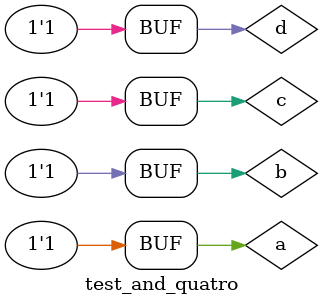
<source format=v>


module and_quatroEntradas (output s, input p, input q);


assign s = p & q;


endmodule    //and

//------------------------------------------------
//--test and 4 entradas, usando AND de 2 entradas
//-------------------------------------------------

module test_and_quatro;

//-----------------dados locais
    reg a, b, c, d;      //registradores
    wire s, temp1, temp2;              //conexao(fio)

//--------------------instancia

and_quatroEntradas  AND2 (temp1, a, b);
and_quatroEntradas  AND3 (temp2, c, d);
and_quatroEntradas  AND4 (s, temp1, temp2);

//--------------------preparacao
initial begin:start
a=0; b=0; c=0; d=0;

end

//---------------parte principal
initial begin:main
	$display("Exercicio09 - Thais Mairink - 441710");
	$display("Test AND 4 entradas");
	$display("\na  b  c  d =  s\n");
        $monitor("%b  %b  %b  %b = %b", a, b, c, d, s);
        
#1 a=0; b=0; c=0; d=0;
#1 a=0; b=0; c=0; d=1;
#1 a=0; b=0; c=1; d=0;
#1 a=0; b=0; c=1; d=1;
#1 a=0; b=1; c=0; d=0;
#1 a=0; b=1; c=0; d=1;
#1 a=0; b=1; c=1; d=0;
#1 a=0; b=1; c=1; d=1;
#1 a=1; b=0; c=0; d=0;
#1 a=1; b=0; c=0; d=1;
#1 a=1; b=0; c=1; d=0;
#1 a=1; b=0; c=1; d=1;
#1 a=1; b=1; c=0; d=0;
#1 a=1; b=1; c=0; d=1;
#1 a=1; b=1; c=1; d=0;
#1 a=1; b=1; c=1; d=1;

end

endmodule   //and

</source>
